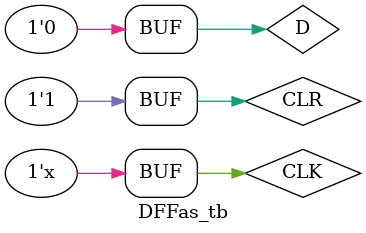
<source format=v>
`timescale 1ns / 1ps


module DFFas (D, CLR, CLK, Q);
    input D, CLR, CLK;
    output Q;
    reg Q;

    always @(posedge CLK) 
    begin
        if (CLR)
            Q <= D;
    end
    
    always @(CLR or ~CLR) Q <= 0;
    
endmodule

module DFFas_tb;
wire Q;
reg D, CLR, CLK;

DFFas dut(D, CLR, CLK, Q);

always
begin
#5 CLK <= ~CLK;
end

initial begin
CLK = 0;
D = 1'b0; CLR = 1'b1;
#10;
D = 1'b1; CLR = 1'b1;
#10;
D = 1'b1; CLR = 1'b0;
#10;
D = 1'b0; CLR = 1'b0;
#10;
D = 1'b1; CLR = 1'b0;
#10;
D = 1'b1; CLR = 1'b1;
#10;
D = 1'b0; CLR = 1'b1;
#10;
D = 1'b1; CLR = 1'b1;
#10;
D = 1'b0; CLR = 1'b1;
#10;

end
endmodule

</source>
